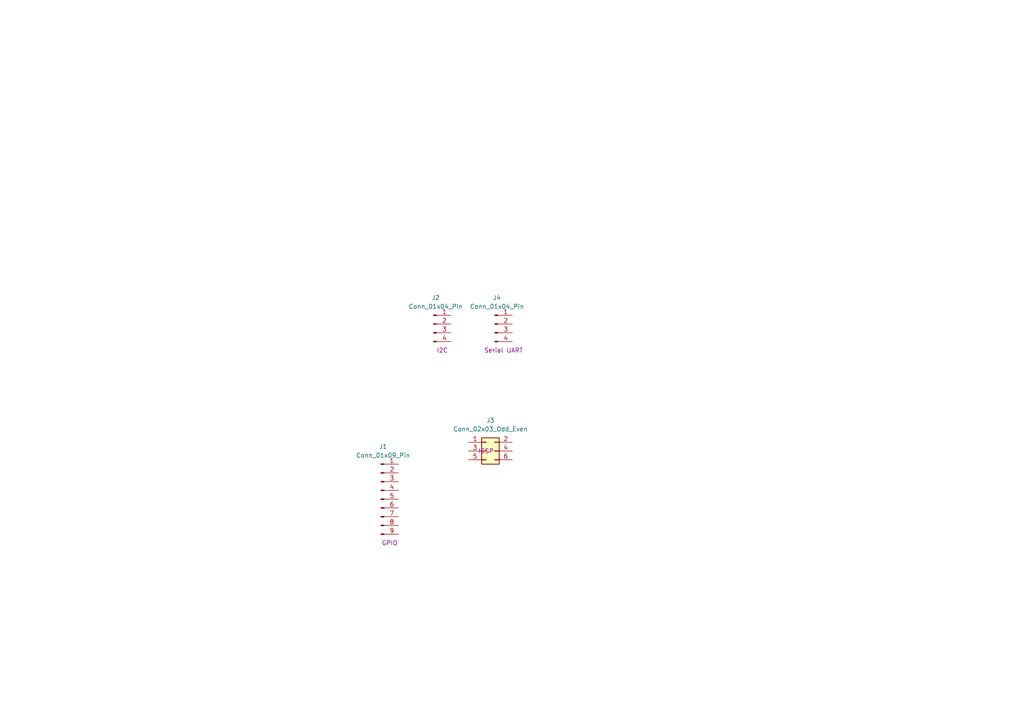
<source format=kicad_sch>
(kicad_sch (version 20231120) (generator "eeschema") (generator_version "8.0")
  (paper "A4")
  (lib_symbols
    (symbol "Connector:Conn_01x04_Pin" (pin_names (offset 1.016) hide)
      (property "Reference" "J" (at 0 5.08 0))
      (property "Value" "Conn_01x04_Pin" (at 0 -7.62 0))
      (symbol "Conn_01x04_Pin_1_1"
        (polyline (pts (xy 1.27 -5.08) (xy 0.8636 -5.08)) (stroke (width 0.1524)))
        (polyline (pts (xy 1.27 -2.54) (xy 0.8636 -2.54)) (stroke (width 0.1524)))
        (polyline (pts (xy 1.27 0) (xy 0.8636 0)) (stroke (width 0.1524)))
        (polyline (pts (xy 1.27 2.54) (xy 0.8636 2.54)) (stroke (width 0.1524)))
        (rectangle (start 0.8636 -4.953) (end 0 -5.207) (stroke (width 0.1524)) (fill (type outline)))
        (rectangle (start 0.8636 -2.413) (end 0 -2.667) (stroke (width 0.1524)) (fill (type outline)))
        (rectangle (start 0.8636 0.127) (end 0 -0.127) (stroke (width 0.1524)) (fill (type outline)))
        (rectangle (start 0.8636 2.667) (end 0 2.413) (stroke (width 0.1524)) (fill (type outline)))
        (pin passive line (at 5.08 2.54 180) (length 3.81) (name "Pin_1") (number "1"))
        (pin passive line (at 5.08 0 180) (length 3.81) (name "Pin_2") (number "2"))
        (pin passive line (at 5.08 -2.54 180) (length 3.81) (name "Pin_3") (number "3"))
        (pin passive line (at 5.08 -5.08 180) (length 3.81) (name "Pin_4") (number "4"))
      )
    )
    (symbol "Connector:Conn_01x09_Pin" (pin_names (offset 1.016) hide)
      (property "Reference" "J" (at 0 12.7 0))
      (property "Value" "Conn_01x09_Pin" (at 0 -12.7 0))
      (symbol "Conn_01x09_Pin_1_1"
        (polyline (pts (xy 1.27 -10.16) (xy 0.8636 -10.16)) (stroke (width 0.1524)))
        (polyline (pts (xy 1.27 -7.62) (xy 0.8636 -7.62)) (stroke (width 0.1524)))
        (polyline (pts (xy 1.27 -5.08) (xy 0.8636 -5.08)) (stroke (width 0.1524)))
        (polyline (pts (xy 1.27 -2.54) (xy 0.8636 -2.54)) (stroke (width 0.1524)))
        (polyline (pts (xy 1.27 0) (xy 0.8636 0)) (stroke (width 0.1524)))
        (polyline (pts (xy 1.27 2.54) (xy 0.8636 2.54)) (stroke (width 0.1524)))
        (polyline (pts (xy 1.27 5.08) (xy 0.8636 5.08)) (stroke (width 0.1524)))
        (polyline (pts (xy 1.27 7.62) (xy 0.8636 7.62)) (stroke (width 0.1524)))
        (polyline (pts (xy 1.27 10.16) (xy 0.8636 10.16)) (stroke (width 0.1524)))
        (rectangle (start 0.8636 -10.033) (end 0 -10.287) (stroke (width 0.1524)) (fill (type outline)))
        (rectangle (start 0.8636 -7.493) (end 0 -7.747) (stroke (width 0.1524)) (fill (type outline)))
        (rectangle (start 0.8636 -4.953) (end 0 -5.207) (stroke (width 0.1524)) (fill (type outline)))
        (rectangle (start 0.8636 -2.413) (end 0 -2.667) (stroke (width 0.1524)) (fill (type outline)))
        (rectangle (start 0.8636 0.127) (end 0 -0.127) (stroke (width 0.1524)) (fill (type outline)))
        (rectangle (start 0.8636 2.667) (end 0 2.413) (stroke (width 0.1524)) (fill (type outline)))
        (rectangle (start 0.8636 5.207) (end 0 4.953) (stroke (width 0.1524)) (fill (type outline)))
        (rectangle (start 0.8636 7.747) (end 0 7.493) (stroke (width 0.1524)) (fill (type outline)))
        (rectangle (start 0.8636 10.287) (end 0 10.033) (stroke (width 0.1524)) (fill (type outline)))
        (pin passive line (at 5.08 10.16 180) (length 3.81) (name "Pin_1") (number "1"))
        (pin passive line (at 5.08 7.62 180) (length 3.81) (name "Pin_2") (number "2"))
        (pin passive line (at 5.08 5.08 180) (length 3.81) (name "Pin_3") (number "3"))
        (pin passive line (at 5.08 2.54 180) (length 3.81) (name "Pin_4") (number "4"))
        (pin passive line (at 5.08 0 180) (length 3.81) (name "Pin_5") (number "5"))
        (pin passive line (at 5.08 -2.54 180) (length 3.81) (name "Pin_6") (number "6"))
        (pin passive line (at 5.08 -5.08 180) (length 3.81) (name "Pin_7") (number "7"))
        (pin passive line (at 5.08 -7.62 180) (length 3.81) (name "Pin_8") (number "8"))
        (pin passive line (at 5.08 -10.16 180) (length 3.81) (name "Pin_9") (number "9"))
      )
    )
    (symbol "Connector_Generic:Conn_02x03_Odd_Even" (pin_names (offset 1.016) hide)
      (property "Reference" "J" (at 1.27 5.08 0))
      (property "Value" "Conn_02x03_Odd_Even" (at 1.27 -5.08 0))
      (symbol "Conn_02x03_Odd_Even_1_1"
        (rectangle (start -1.27 -2.413) (end 0 -2.667) (stroke (width 0.1524)))
        (rectangle (start -1.27 0.127) (end 0 -0.127) (stroke (width 0.1524)))
        (rectangle (start -1.27 2.667) (end 0 2.413) (stroke (width 0.1524)))
        (rectangle (start -1.27 3.81) (end 3.81 -3.81) (stroke (width 0.254)) (fill (type background)))
        (rectangle (start 3.81 -2.413) (end 2.54 -2.667) (stroke (width 0.1524)))
        (rectangle (start 3.81 0.127) (end 2.54 -0.127) (stroke (width 0.1524)))
        (rectangle (start 3.81 2.667) (end 2.54 2.413) (stroke (width 0.1524)))
        (pin passive line (at -5.08 2.54 0) (length 3.81) (name "Pin_1") (number "1"))
        (pin passive line (at 7.62 2.54 180) (length 3.81) (name "Pin_2") (number "2"))
        (pin passive line (at -5.08 0 0) (length 3.81) (name "Pin_3") (number "3"))
        (pin passive line (at 7.62 0 180) (length 3.81) (name "Pin_4") (number "4"))
        (pin passive line (at -5.08 -2.54 0) (length 3.81) (name "Pin_5") (number "5"))
        (pin passive line (at 7.62 -2.54 180) (length 3.81) (name "Pin_6") (number "6"))
      )
    )
  )
  (symbol (lib_id "Connector_Generic:Conn_02x03_Odd_Even") (at 140.97 130.81 0) (unit 1)
    (property "Reference" "J3" (at 142.24 121.92 0))
    (property "Value" "Conn_02x03_Odd_Even" (at 142.24 124.46 0))
    (property "Footprint" "Connector_PinHeader_2.54mm:PinHeader_2x03_P2.54mm_Vertical" (effects (hide yes)))
    (property "Description" "Generic connector, double row, 02x03, odd/even pin numbering scheme (row 1 odd numbers, row 2 even numbers), script generated (kicad-library-utils/schlib/autogen/connector/)" (effects (hide yes)))
    (property "Purpose" "ICSP" (at 140.97 130.81 0))
  )
  (symbol (lib_id "Connector:Conn_01x04_Pin") (at 125.73 93.98 0) (unit 1)
    (property "Reference" "J2" (at 126.365 86.36 0))
    (property "Value" "Conn_01x04_Pin" (at 126.365 88.9 0))
    (property "Footprint" "Connector_PinHeader_2.54mm:PinHeader_1x04_P2.54mm_Vertical" (effects (hide yes)))
    (property "Description" "Generic connector, single row, 01x04, script generated" (effects (hide yes)))
    (property "Purpose" "I2C" (at 128.27 101.6 0))
  )
  (symbol (lib_id "Connector:Conn_01x09_Pin") (at 110.49 144.78 0) (unit 1)
    (property "Reference" "J1" (at 111.125 129.54 0))
    (property "Value" "Conn_01x09_Pin" (at 111.125 132.08 0))
    (property "Footprint" "Connector_PinHeader_2.54mm:PinHeader_1x09_P2.54mm_Vertical" (effects (hide yes)))
    (property "Description" "Generic connector, single row, 01x09, script generated" (effects (hide yes)))
    (property "Purpose" "GPIO" (at 113.03 157.48 0))
  )
  (symbol (lib_id "Connector:Conn_01x04_Pin") (at 143.51 93.98 0) (unit 1)
    (property "Reference" "J4" (at 144.145 86.36 0))
    (property "Value" "Conn_01x04_Pin" (at 144.145 88.9 0))
    (property "Footprint" "Connector_PinHeader_2.54mm:PinHeader_1x04_P2.54mm_Vertical" (effects (hide yes)))
    (property "Description" "Generic connector, single row, 01x04, script generated" (effects (hide yes)))
    (property "Purpose" "Serial UART" (at 146.05 101.6 0))
  )
)
</source>
